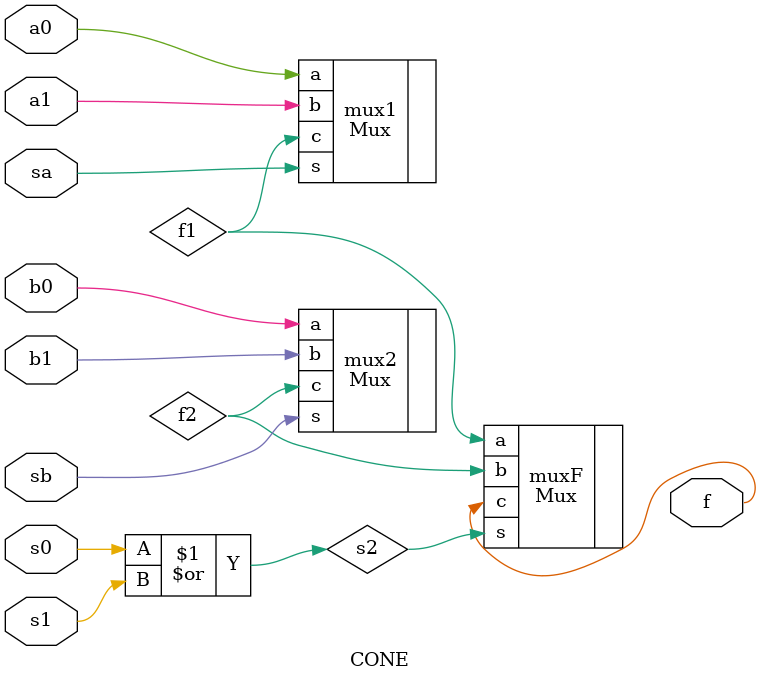
<source format=v>
`timescale 1ns/1ns

module CONE(a0, a1, sa, b0, b1, sb, s0, s1, f);
    input a0, a1, sa, b0, b1, sb, s0, s1;
    output f;

    wire f1,f2,s2;

    assign s2 = s0 | s1;

    Mux #(1) mux1(.s(sa)
    , .a(a0)
    , .b(a1)
    , .c(f1)
    );

    Mux #(1) mux2(.s(sb)
    , .a(b0)
    , .b(b1)
    , .c(f2)
    );

    Mux #(1) muxF(.s(s2)
    , .a(f1)
    , .b(f2)
    , .c(f)
    );


endmodule
</source>
